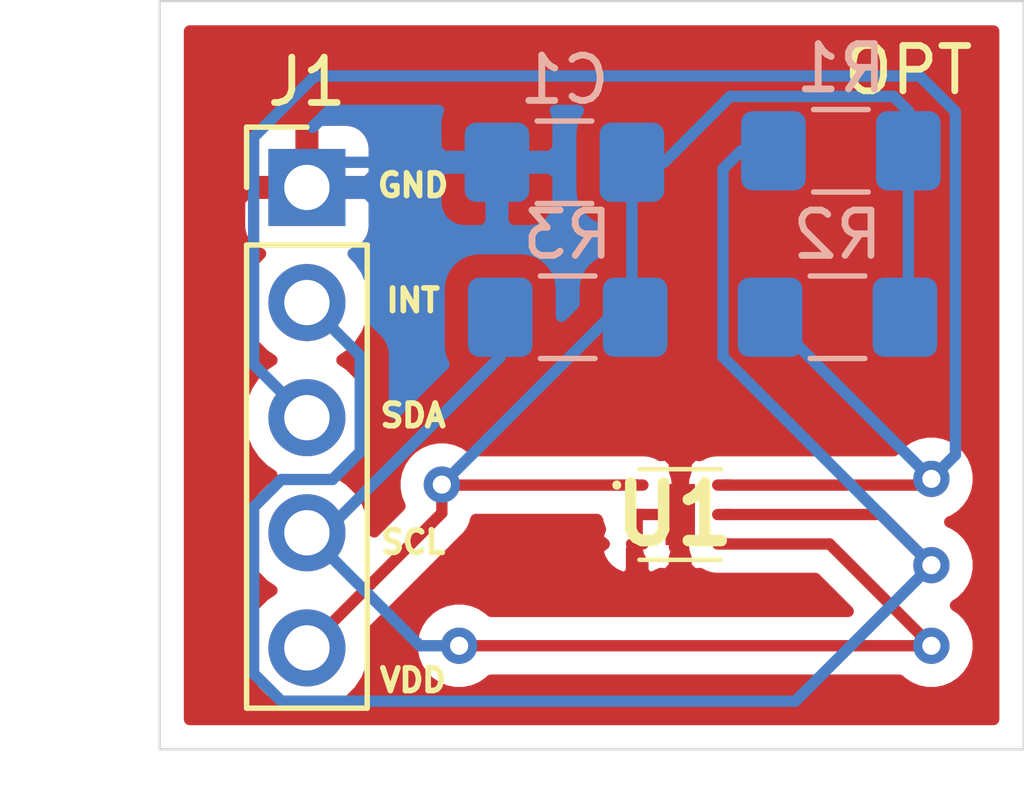
<source format=kicad_pcb>
(kicad_pcb (version 20171130) (host pcbnew "(5.1.5)-3")

  (general
    (thickness 1.6)
    (drawings 10)
    (tracks 60)
    (zones 0)
    (modules 6)
    (nets 6)
  )

  (page A4)
  (layers
    (0 F.Cu signal)
    (31 B.Cu signal)
    (32 B.Adhes user)
    (33 F.Adhes user)
    (34 B.Paste user)
    (35 F.Paste user)
    (36 B.SilkS user)
    (37 F.SilkS user)
    (38 B.Mask user)
    (39 F.Mask user)
    (40 Dwgs.User user)
    (41 Cmts.User user)
    (42 Eco1.User user)
    (43 Eco2.User user)
    (44 Edge.Cuts user)
    (45 Margin user)
    (46 B.CrtYd user)
    (47 F.CrtYd user)
    (48 B.Fab user)
    (49 F.Fab user)
  )

  (setup
    (last_trace_width 0.25)
    (trace_clearance 0.2)
    (zone_clearance 0.508)
    (zone_45_only no)
    (trace_min 0.2)
    (via_size 0.8)
    (via_drill 0.4)
    (via_min_size 0.4)
    (via_min_drill 0.3)
    (uvia_size 0.3)
    (uvia_drill 0.1)
    (uvias_allowed no)
    (uvia_min_size 0.2)
    (uvia_min_drill 0.1)
    (edge_width 0.05)
    (segment_width 0.2)
    (pcb_text_width 0.3)
    (pcb_text_size 1.5 1.5)
    (mod_edge_width 0.12)
    (mod_text_size 1 1)
    (mod_text_width 0.15)
    (pad_size 1.524 1.524)
    (pad_drill 0.762)
    (pad_to_mask_clearance 0.051)
    (solder_mask_min_width 0.25)
    (aux_axis_origin 0 0)
    (visible_elements 7FFFFFFF)
    (pcbplotparams
      (layerselection 0x010fc_ffffffff)
      (usegerberextensions false)
      (usegerberattributes false)
      (usegerberadvancedattributes false)
      (creategerberjobfile false)
      (excludeedgelayer true)
      (linewidth 0.150000)
      (plotframeref false)
      (viasonmask false)
      (mode 1)
      (useauxorigin false)
      (hpglpennumber 1)
      (hpglpenspeed 20)
      (hpglpendiameter 15.000000)
      (psnegative false)
      (psa4output false)
      (plotreference true)
      (plotvalue true)
      (plotinvisibletext false)
      (padsonsilk false)
      (subtractmaskfromsilk false)
      (outputformat 1)
      (mirror false)
      (drillshape 0)
      (scaleselection 1)
      (outputdirectory ""))
  )

  (net 0 "")
  (net 1 "Net-(C1-Pad1)")
  (net 2 GND)
  (net 3 "Net-(J1-Pad2)")
  (net 4 "Net-(J1-Pad3)")
  (net 5 "Net-(J1-Pad4)")

  (net_class Default "Dit is de standaard class."
    (clearance 0.2)
    (trace_width 0.25)
    (via_dia 0.8)
    (via_drill 0.4)
    (uvia_dia 0.3)
    (uvia_drill 0.1)
    (add_net GND)
    (add_net "Net-(C1-Pad1)")
    (add_net "Net-(J1-Pad2)")
    (add_net "Net-(J1-Pad3)")
    (add_net "Net-(J1-Pad4)")
  )

  (module Capacitor_SMD:C_1206_3216Metric_Pad1.42x1.75mm_HandSolder (layer B.Cu) (tedit 5B301BBE) (tstamp 6034D7C2)
    (at 69.8865 49.276 180)
    (descr "Capacitor SMD 1206 (3216 Metric), square (rectangular) end terminal, IPC_7351 nominal with elongated pad for handsoldering. (Body size source: http://www.tortai-tech.com/upload/download/2011102023233369053.pdf), generated with kicad-footprint-generator")
    (tags "capacitor handsolder")
    (path /602D2C13)
    (attr smd)
    (fp_text reference C1 (at 0 1.82) (layer B.SilkS)
      (effects (font (size 1 1) (thickness 0.15)) (justify mirror))
    )
    (fp_text value 100nF (at 0 -1.82) (layer B.Fab)
      (effects (font (size 1 1) (thickness 0.15)) (justify mirror))
    )
    (fp_line (start -1.6 -0.8) (end -1.6 0.8) (layer B.Fab) (width 0.1))
    (fp_line (start -1.6 0.8) (end 1.6 0.8) (layer B.Fab) (width 0.1))
    (fp_line (start 1.6 0.8) (end 1.6 -0.8) (layer B.Fab) (width 0.1))
    (fp_line (start 1.6 -0.8) (end -1.6 -0.8) (layer B.Fab) (width 0.1))
    (fp_line (start -0.602064 0.91) (end 0.602064 0.91) (layer B.SilkS) (width 0.12))
    (fp_line (start -0.602064 -0.91) (end 0.602064 -0.91) (layer B.SilkS) (width 0.12))
    (fp_line (start -2.45 -1.12) (end -2.45 1.12) (layer B.CrtYd) (width 0.05))
    (fp_line (start -2.45 1.12) (end 2.45 1.12) (layer B.CrtYd) (width 0.05))
    (fp_line (start 2.45 1.12) (end 2.45 -1.12) (layer B.CrtYd) (width 0.05))
    (fp_line (start 2.45 -1.12) (end -2.45 -1.12) (layer B.CrtYd) (width 0.05))
    (fp_text user %R (at 0 0) (layer B.Fab)
      (effects (font (size 0.8 0.8) (thickness 0.12)) (justify mirror))
    )
    (pad 1 smd roundrect (at -1.4875 0 180) (size 1.425 1.75) (layers B.Cu B.Paste B.Mask) (roundrect_rratio 0.175439)
      (net 1 "Net-(C1-Pad1)"))
    (pad 2 smd roundrect (at 1.4875 0 180) (size 1.425 1.75) (layers B.Cu B.Paste B.Mask) (roundrect_rratio 0.175439)
      (net 2 GND))
    (model ${KISYS3DMOD}/Capacitor_SMD.3dshapes/C_1206_3216Metric.wrl
      (at (xyz 0 0 0))
      (scale (xyz 1 1 1))
      (rotate (xyz 0 0 0))
    )
  )

  (module Connector_PinHeader_2.54mm:PinHeader_1x05_P2.54mm_Vertical (layer F.Cu) (tedit 59FED5CC) (tstamp 6034D7DB)
    (at 64.207401 49.831001)
    (descr "Through hole straight pin header, 1x05, 2.54mm pitch, single row")
    (tags "Through hole pin header THT 1x05 2.54mm single row")
    (path /603918C2)
    (fp_text reference J1 (at 0 -2.33) (layer F.SilkS)
      (effects (font (size 1 1) (thickness 0.15)))
    )
    (fp_text value Conn_01x05_Male (at 0 12.49) (layer F.Fab)
      (effects (font (size 1 1) (thickness 0.15)))
    )
    (fp_line (start -0.635 -1.27) (end 1.27 -1.27) (layer F.Fab) (width 0.1))
    (fp_line (start 1.27 -1.27) (end 1.27 11.43) (layer F.Fab) (width 0.1))
    (fp_line (start 1.27 11.43) (end -1.27 11.43) (layer F.Fab) (width 0.1))
    (fp_line (start -1.27 11.43) (end -1.27 -0.635) (layer F.Fab) (width 0.1))
    (fp_line (start -1.27 -0.635) (end -0.635 -1.27) (layer F.Fab) (width 0.1))
    (fp_line (start -1.33 11.49) (end 1.33 11.49) (layer F.SilkS) (width 0.12))
    (fp_line (start -1.33 1.27) (end -1.33 11.49) (layer F.SilkS) (width 0.12))
    (fp_line (start 1.33 1.27) (end 1.33 11.49) (layer F.SilkS) (width 0.12))
    (fp_line (start -1.33 1.27) (end 1.33 1.27) (layer F.SilkS) (width 0.12))
    (fp_line (start -1.33 0) (end -1.33 -1.33) (layer F.SilkS) (width 0.12))
    (fp_line (start -1.33 -1.33) (end 0 -1.33) (layer F.SilkS) (width 0.12))
    (fp_line (start -1.8 -1.8) (end -1.8 11.95) (layer F.CrtYd) (width 0.05))
    (fp_line (start -1.8 11.95) (end 1.8 11.95) (layer F.CrtYd) (width 0.05))
    (fp_line (start 1.8 11.95) (end 1.8 -1.8) (layer F.CrtYd) (width 0.05))
    (fp_line (start 1.8 -1.8) (end -1.8 -1.8) (layer F.CrtYd) (width 0.05))
    (fp_text user %R (at 0 5.08 90) (layer F.Fab)
      (effects (font (size 1 1) (thickness 0.15)))
    )
    (pad 1 thru_hole rect (at 0 0) (size 1.7 1.7) (drill 1) (layers *.Cu *.Mask)
      (net 2 GND))
    (pad 2 thru_hole oval (at 0 2.54) (size 1.7 1.7) (drill 1) (layers *.Cu *.Mask)
      (net 3 "Net-(J1-Pad2)"))
    (pad 3 thru_hole oval (at 0 5.08) (size 1.7 1.7) (drill 1) (layers *.Cu *.Mask)
      (net 4 "Net-(J1-Pad3)"))
    (pad 4 thru_hole oval (at 0 7.62) (size 1.7 1.7) (drill 1) (layers *.Cu *.Mask)
      (net 5 "Net-(J1-Pad4)"))
    (pad 5 thru_hole oval (at 0 10.16) (size 1.7 1.7) (drill 1) (layers *.Cu *.Mask)
      (net 1 "Net-(C1-Pad1)"))
    (model ${KISYS3DMOD}/Connector_PinHeader_2.54mm.3dshapes/PinHeader_1x05_P2.54mm_Vertical.wrl
      (at (xyz 0 0 0))
      (scale (xyz 1 1 1))
      (rotate (xyz 0 0 0))
    )
  )

  (module Resistor_SMD:R_1206_3216Metric_Pad1.42x1.75mm_HandSolder (layer B.Cu) (tedit 5B301BBD) (tstamp 6034D7EC)
    (at 75.9825 49.022 180)
    (descr "Resistor SMD 1206 (3216 Metric), square (rectangular) end terminal, IPC_7351 nominal with elongated pad for handsoldering. (Body size source: http://www.tortai-tech.com/upload/download/2011102023233369053.pdf), generated with kicad-footprint-generator")
    (tags "resistor handsolder")
    (path /602D4E83)
    (attr smd)
    (fp_text reference R1 (at 0 1.82) (layer B.SilkS)
      (effects (font (size 1 1) (thickness 0.15)) (justify mirror))
    )
    (fp_text value 10k (at 0 -1.82) (layer B.Fab)
      (effects (font (size 1 1) (thickness 0.15)) (justify mirror))
    )
    (fp_text user %R (at 0 0) (layer B.Fab)
      (effects (font (size 0.8 0.8) (thickness 0.12)) (justify mirror))
    )
    (fp_line (start 2.45 -1.12) (end -2.45 -1.12) (layer B.CrtYd) (width 0.05))
    (fp_line (start 2.45 1.12) (end 2.45 -1.12) (layer B.CrtYd) (width 0.05))
    (fp_line (start -2.45 1.12) (end 2.45 1.12) (layer B.CrtYd) (width 0.05))
    (fp_line (start -2.45 -1.12) (end -2.45 1.12) (layer B.CrtYd) (width 0.05))
    (fp_line (start -0.602064 -0.91) (end 0.602064 -0.91) (layer B.SilkS) (width 0.12))
    (fp_line (start -0.602064 0.91) (end 0.602064 0.91) (layer B.SilkS) (width 0.12))
    (fp_line (start 1.6 -0.8) (end -1.6 -0.8) (layer B.Fab) (width 0.1))
    (fp_line (start 1.6 0.8) (end 1.6 -0.8) (layer B.Fab) (width 0.1))
    (fp_line (start -1.6 0.8) (end 1.6 0.8) (layer B.Fab) (width 0.1))
    (fp_line (start -1.6 -0.8) (end -1.6 0.8) (layer B.Fab) (width 0.1))
    (pad 2 smd roundrect (at 1.4875 0 180) (size 1.425 1.75) (layers B.Cu B.Paste B.Mask) (roundrect_rratio 0.175439)
      (net 3 "Net-(J1-Pad2)"))
    (pad 1 smd roundrect (at -1.4875 0 180) (size 1.425 1.75) (layers B.Cu B.Paste B.Mask) (roundrect_rratio 0.175439)
      (net 1 "Net-(C1-Pad1)"))
    (model ${KISYS3DMOD}/Resistor_SMD.3dshapes/R_1206_3216Metric.wrl
      (at (xyz 0 0 0))
      (scale (xyz 1 1 1))
      (rotate (xyz 0 0 0))
    )
  )

  (module Resistor_SMD:R_1206_3216Metric_Pad1.42x1.75mm_HandSolder (layer B.Cu) (tedit 5B301BBD) (tstamp 6034D7FD)
    (at 75.907599 52.695001 180)
    (descr "Resistor SMD 1206 (3216 Metric), square (rectangular) end terminal, IPC_7351 nominal with elongated pad for handsoldering. (Body size source: http://www.tortai-tech.com/upload/download/2011102023233369053.pdf), generated with kicad-footprint-generator")
    (tags "resistor handsolder")
    (path /602D4F8A)
    (attr smd)
    (fp_text reference R2 (at 0 1.82) (layer B.SilkS)
      (effects (font (size 1 1) (thickness 0.15)) (justify mirror))
    )
    (fp_text value 10k (at 0 -1.82) (layer B.Fab)
      (effects (font (size 1 1) (thickness 0.15)) (justify mirror))
    )
    (fp_line (start -1.6 -0.8) (end -1.6 0.8) (layer B.Fab) (width 0.1))
    (fp_line (start -1.6 0.8) (end 1.6 0.8) (layer B.Fab) (width 0.1))
    (fp_line (start 1.6 0.8) (end 1.6 -0.8) (layer B.Fab) (width 0.1))
    (fp_line (start 1.6 -0.8) (end -1.6 -0.8) (layer B.Fab) (width 0.1))
    (fp_line (start -0.602064 0.91) (end 0.602064 0.91) (layer B.SilkS) (width 0.12))
    (fp_line (start -0.602064 -0.91) (end 0.602064 -0.91) (layer B.SilkS) (width 0.12))
    (fp_line (start -2.45 -1.12) (end -2.45 1.12) (layer B.CrtYd) (width 0.05))
    (fp_line (start -2.45 1.12) (end 2.45 1.12) (layer B.CrtYd) (width 0.05))
    (fp_line (start 2.45 1.12) (end 2.45 -1.12) (layer B.CrtYd) (width 0.05))
    (fp_line (start 2.45 -1.12) (end -2.45 -1.12) (layer B.CrtYd) (width 0.05))
    (fp_text user %R (at 0 0) (layer B.Fab)
      (effects (font (size 0.8 0.8) (thickness 0.12)) (justify mirror))
    )
    (pad 1 smd roundrect (at -1.4875 0 180) (size 1.425 1.75) (layers B.Cu B.Paste B.Mask) (roundrect_rratio 0.175439)
      (net 1 "Net-(C1-Pad1)"))
    (pad 2 smd roundrect (at 1.4875 0 180) (size 1.425 1.75) (layers B.Cu B.Paste B.Mask) (roundrect_rratio 0.175439)
      (net 4 "Net-(J1-Pad3)"))
    (model ${KISYS3DMOD}/Resistor_SMD.3dshapes/R_1206_3216Metric.wrl
      (at (xyz 0 0 0))
      (scale (xyz 1 1 1))
      (rotate (xyz 0 0 0))
    )
  )

  (module Resistor_SMD:R_1206_3216Metric_Pad1.42x1.75mm_HandSolder (layer B.Cu) (tedit 5B301BBD) (tstamp 6034D80E)
    (at 69.957599 52.695001 180)
    (descr "Resistor SMD 1206 (3216 Metric), square (rectangular) end terminal, IPC_7351 nominal with elongated pad for handsoldering. (Body size source: http://www.tortai-tech.com/upload/download/2011102023233369053.pdf), generated with kicad-footprint-generator")
    (tags "resistor handsolder")
    (path /602D36EA)
    (attr smd)
    (fp_text reference R3 (at 0 1.82) (layer B.SilkS)
      (effects (font (size 1 1) (thickness 0.15)) (justify mirror))
    )
    (fp_text value 10k (at 0 -1.82) (layer B.Fab)
      (effects (font (size 1 1) (thickness 0.15)) (justify mirror))
    )
    (fp_line (start -1.6 -0.8) (end -1.6 0.8) (layer B.Fab) (width 0.1))
    (fp_line (start -1.6 0.8) (end 1.6 0.8) (layer B.Fab) (width 0.1))
    (fp_line (start 1.6 0.8) (end 1.6 -0.8) (layer B.Fab) (width 0.1))
    (fp_line (start 1.6 -0.8) (end -1.6 -0.8) (layer B.Fab) (width 0.1))
    (fp_line (start -0.602064 0.91) (end 0.602064 0.91) (layer B.SilkS) (width 0.12))
    (fp_line (start -0.602064 -0.91) (end 0.602064 -0.91) (layer B.SilkS) (width 0.12))
    (fp_line (start -2.45 -1.12) (end -2.45 1.12) (layer B.CrtYd) (width 0.05))
    (fp_line (start -2.45 1.12) (end 2.45 1.12) (layer B.CrtYd) (width 0.05))
    (fp_line (start 2.45 1.12) (end 2.45 -1.12) (layer B.CrtYd) (width 0.05))
    (fp_line (start 2.45 -1.12) (end -2.45 -1.12) (layer B.CrtYd) (width 0.05))
    (fp_text user %R (at 0 0) (layer B.Fab)
      (effects (font (size 0.8 0.8) (thickness 0.12)) (justify mirror))
    )
    (pad 1 smd roundrect (at -1.4875 0 180) (size 1.425 1.75) (layers B.Cu B.Paste B.Mask) (roundrect_rratio 0.175439)
      (net 1 "Net-(C1-Pad1)"))
    (pad 2 smd roundrect (at 1.4875 0 180) (size 1.425 1.75) (layers B.Cu B.Paste B.Mask) (roundrect_rratio 0.175439)
      (net 5 "Net-(J1-Pad4)"))
    (model ${KISYS3DMOD}/Resistor_SMD.3dshapes/R_1206_3216Metric.wrl
      (at (xyz 0 0 0))
      (scale (xyz 1 1 1))
      (rotate (xyz 0 0 0))
    )
  )

  (module lichtsensor:OPT3002DNPR (layer F.Cu) (tedit 0) (tstamp 6034D828)
    (at 72.3158 57.0484)
    (descr DNP0006A)
    (tags "Undefined or Miscellaneous")
    (path /602CF3A3)
    (attr smd)
    (fp_text reference U1 (at 0 0) (layer F.SilkS)
      (effects (font (size 1.27 1.27) (thickness 0.254)))
    )
    (fp_text value OPT3002DNPR (at 0 0) (layer F.SilkS) hide
      (effects (font (size 1.27 1.27) (thickness 0.254)))
    )
    (fp_text user %R (at 0 0) (layer F.Fab)
      (effects (font (size 1.27 1.27) (thickness 0.254)))
    )
    (fp_line (start -0.875 -1) (end 1.125 -1) (layer F.Fab) (width 0.2))
    (fp_line (start 1.125 -1) (end 1.125 1) (layer F.Fab) (width 0.2))
    (fp_line (start 1.125 1) (end -0.875 1) (layer F.Fab) (width 0.2))
    (fp_line (start -0.875 1) (end -0.875 -1) (layer F.Fab) (width 0.2))
    (fp_line (start -1.825 -1.5) (end 1.825 -1.5) (layer F.CrtYd) (width 0.1))
    (fp_line (start 1.825 -1.5) (end 1.825 1.5) (layer F.CrtYd) (width 0.1))
    (fp_line (start 1.825 1.5) (end -1.825 1.5) (layer F.CrtYd) (width 0.1))
    (fp_line (start -1.825 1.5) (end -1.825 -1.5) (layer F.CrtYd) (width 0.1))
    (fp_line (start -0.775 -1) (end 1.025 -1) (layer F.SilkS) (width 0.1))
    (fp_line (start -0.775 1) (end 1.025 1) (layer F.SilkS) (width 0.1))
    (fp_line (start -1.275 -0.7) (end -1.275 -0.7) (layer F.SilkS) (width 0.1))
    (fp_line (start -1.275 -0.6) (end -1.275 -0.6) (layer F.SilkS) (width 0.1))
    (fp_arc (start -1.275 -0.65) (end -1.275 -0.7) (angle 180) (layer F.SilkS) (width 0.1))
    (fp_arc (start -1.275 -0.65) (end -1.275 -0.6) (angle 180) (layer F.SilkS) (width 0.1))
    (pad 1 smd oval (at -0.825 -0.65 90) (size 0.25 0.5) (layers F.Cu F.Paste F.Mask)
      (net 1 "Net-(C1-Pad1)"))
    (pad 2 smd oval (at -0.825 0 90) (size 0.25 0.5) (layers F.Cu F.Paste F.Mask)
      (net 2 GND))
    (pad 3 smd oval (at -0.825 0.65 90) (size 0.25 0.5) (layers F.Cu F.Paste F.Mask)
      (net 2 GND))
    (pad 4 smd oval (at 1.075 0.65 90) (size 0.25 0.5) (layers F.Cu F.Paste F.Mask)
      (net 5 "Net-(J1-Pad4)"))
    (pad 5 smd oval (at 1.075 0 90) (size 0.25 0.5) (layers F.Cu F.Paste F.Mask)
      (net 3 "Net-(J1-Pad2)"))
    (pad 6 smd oval (at 1.075 -0.65 90) (size 0.25 0.5) (layers F.Cu F.Paste F.Mask)
      (net 4 "Net-(J1-Pad3)"))
    (pad 7 smd rect (at 0.125 0) (size 0.65 1.35) (layers F.Cu F.Paste F.Mask)
      (net 2 GND))
    (model "D:\\Kicad oefeningen\\eerste test\\library\\lichtsensor\\SamacSys_Parts.3dshapes\\OPT3002DNPR.stp"
      (at (xyz 0 0 0))
      (scale (xyz 1 1 1))
      (rotate (xyz 0 0 0))
    )
  )

  (gr_text OPT (at 77.47 47.244) (layer F.SilkS)
    (effects (font (size 1 1) (thickness 0.15)))
  )
  (gr_text SCL (at 66.548 57.658) (layer F.SilkS)
    (effects (font (size 0.5 0.5) (thickness 0.125)))
  )
  (gr_text VDD (at 66.548 60.706) (layer F.SilkS)
    (effects (font (size 0.5 0.5) (thickness 0.125)))
  )
  (gr_text SDA (at 66.548 54.864) (layer F.SilkS)
    (effects (font (size 0.5 0.5) (thickness 0.125)))
  )
  (gr_text INT (at 66.548 52.324) (layer F.SilkS)
    (effects (font (size 0.5 0.5) (thickness 0.125)))
  )
  (gr_text GND (at 66.548 49.784) (layer F.SilkS)
    (effects (font (size 0.5 0.5) (thickness 0.125)))
  )
  (gr_line (start 60.96 62.23) (end 60.96 45.72) (layer Edge.Cuts) (width 0.05) (tstamp 6034DE09))
  (gr_line (start 80.01 62.23) (end 60.96 62.23) (layer Edge.Cuts) (width 0.05))
  (gr_line (start 80.01 45.72) (end 80.01 62.23) (layer Edge.Cuts) (width 0.05))
  (gr_line (start 60.96 45.72) (end 80.01 45.72) (layer Edge.Cuts) (width 0.05))

  (via (at 67.183 56.388) (size 0.8) (drill 0.4) (layers F.Cu B.Cu) (net 1))
  (segment (start 77.47 52.6201) (end 77.395099 52.695001) (width 0.25) (layer B.Cu) (net 1))
  (segment (start 77.47 49.022) (end 77.47 52.6201) (width 0.25) (layer B.Cu) (net 1))
  (segment (start 77.47 48.147) (end 77.47 49.022) (width 0.25) (layer B.Cu) (net 1))
  (segment (start 77.14499 47.82199) (end 77.47 48.147) (width 0.25) (layer B.Cu) (net 1))
  (segment (start 72.0865 49.276) (end 73.54051 47.82199) (width 0.25) (layer B.Cu) (net 1))
  (segment (start 73.54051 47.82199) (end 77.14499 47.82199) (width 0.25) (layer B.Cu) (net 1))
  (segment (start 71.374 49.276) (end 72.0865 49.276) (width 0.25) (layer B.Cu) (net 1))
  (segment (start 71.374 52.623902) (end 71.445099 52.695001) (width 0.25) (layer B.Cu) (net 1))
  (segment (start 71.374 49.276) (end 71.374 52.623902) (width 0.25) (layer B.Cu) (net 1))
  (segment (start 67.1934 56.3984) (end 67.183 56.388) (width 0.25) (layer F.Cu) (net 1))
  (segment (start 71.4908 56.3984) (end 67.1934 56.3984) (width 0.25) (layer F.Cu) (net 1))
  (segment (start 67.183 57.015402) (end 64.207401 59.991001) (width 0.25) (layer F.Cu) (net 1))
  (segment (start 67.183 56.388) (end 67.183 57.015402) (width 0.25) (layer F.Cu) (net 1))
  (segment (start 70.875999 52.695001) (end 71.445099 52.695001) (width 0.25) (layer B.Cu) (net 1))
  (segment (start 67.183 56.388) (end 70.875999 52.695001) (width 0.25) (layer B.Cu) (net 1))
  (segment (start 64.762402 49.276) (end 64.207401 49.831001) (width 0.25) (layer B.Cu) (net 2))
  (segment (start 68.399 49.276) (end 64.762402 49.276) (width 0.25) (layer B.Cu) (net 2))
  (segment (start 71.4908 57.0484) (end 71.4908 57.6984) (width 0.25) (layer F.Cu) (net 2))
  (segment (start 71.4908 57.0484) (end 72.4408 57.0484) (width 0.25) (layer F.Cu) (net 2))
  (via (at 77.978 58.166) (size 0.8) (drill 0.4) (layers F.Cu B.Cu) (net 3))
  (segment (start 63.0324 60.555002) (end 63.6434 61.166002) (width 0.25) (layer B.Cu) (net 3))
  (segment (start 63.0324 56.887) (end 63.0324 60.555002) (width 0.25) (layer B.Cu) (net 3))
  (segment (start 63.6434 56.276) (end 63.0324 56.887) (width 0.25) (layer B.Cu) (net 3))
  (segment (start 64.771402 56.276) (end 63.6434 56.276) (width 0.25) (layer B.Cu) (net 3))
  (segment (start 65.382402 55.665) (end 64.771402 56.276) (width 0.25) (layer B.Cu) (net 3))
  (segment (start 65.382402 53.546002) (end 65.382402 55.665) (width 0.25) (layer B.Cu) (net 3))
  (segment (start 64.207401 52.371001) (end 65.382402 53.546002) (width 0.25) (layer B.Cu) (net 3))
  (segment (start 76.8604 57.0484) (end 73.3908 57.0484) (width 0.25) (layer F.Cu) (net 3))
  (segment (start 77.978 58.166) (end 76.8604 57.0484) (width 0.25) (layer F.Cu) (net 3))
  (segment (start 73.382589 53.570589) (end 77.578001 57.766001) (width 0.25) (layer B.Cu) (net 3))
  (segment (start 77.578001 57.766001) (end 77.978 58.166) (width 0.25) (layer B.Cu) (net 3))
  (segment (start 73.382589 49.421911) (end 73.382589 53.570589) (width 0.25) (layer B.Cu) (net 3))
  (segment (start 73.7825 49.022) (end 73.382589 49.421911) (width 0.25) (layer B.Cu) (net 3))
  (segment (start 74.495 49.022) (end 73.7825 49.022) (width 0.25) (layer B.Cu) (net 3))
  (segment (start 74.977998 61.166002) (end 63.6434 61.166002) (width 0.25) (layer B.Cu) (net 3))
  (segment (start 77.978 58.166) (end 74.977998 61.166002) (width 0.25) (layer B.Cu) (net 3))
  (via (at 77.978 56.261) (size 0.8) (drill 0.4) (layers F.Cu B.Cu) (net 4))
  (segment (start 77.8406 56.3984) (end 77.978 56.261) (width 0.25) (layer F.Cu) (net 4))
  (segment (start 73.3908 56.3984) (end 77.8406 56.3984) (width 0.25) (layer F.Cu) (net 4))
  (segment (start 74.420099 52.703099) (end 74.420099 52.695001) (width 0.25) (layer B.Cu) (net 4))
  (segment (start 77.978 56.261) (end 74.420099 52.703099) (width 0.25) (layer B.Cu) (net 4))
  (segment (start 78.377999 55.861001) (end 77.978 56.261) (width 0.25) (layer B.Cu) (net 4))
  (segment (start 78.50751 48.15882) (end 78.50751 55.73149) (width 0.25) (layer B.Cu) (net 4))
  (segment (start 77.720659 47.371969) (end 78.50751 48.15882) (width 0.25) (layer B.Cu) (net 4))
  (segment (start 64.381432 47.371969) (end 77.720659 47.371969) (width 0.25) (layer B.Cu) (net 4))
  (segment (start 63.0324 48.721) (end 64.381432 47.371969) (width 0.25) (layer B.Cu) (net 4))
  (segment (start 63.0324 53.736) (end 63.0324 48.721) (width 0.25) (layer B.Cu) (net 4))
  (segment (start 78.50751 55.73149) (end 78.377999 55.861001) (width 0.25) (layer B.Cu) (net 4))
  (segment (start 64.207401 54.911001) (end 63.0324 53.736) (width 0.25) (layer B.Cu) (net 4))
  (via (at 67.564 59.944) (size 0.8) (drill 0.4) (layers F.Cu B.Cu) (net 5))
  (via (at 77.978 59.944) (size 0.8) (drill 0.4) (layers F.Cu B.Cu) (net 5))
  (segment (start 64.589099 57.451001) (end 64.207401 57.451001) (width 0.25) (layer B.Cu) (net 5))
  (segment (start 68.470099 53.570001) (end 64.589099 57.451001) (width 0.25) (layer B.Cu) (net 5))
  (segment (start 68.470099 52.695001) (end 68.470099 53.570001) (width 0.25) (layer B.Cu) (net 5))
  (segment (start 75.7324 57.6984) (end 77.978 59.944) (width 0.25) (layer F.Cu) (net 5))
  (segment (start 73.3908 57.6984) (end 75.7324 57.6984) (width 0.25) (layer F.Cu) (net 5))
  (segment (start 66.7004 59.944) (end 67.564 59.944) (width 0.25) (layer B.Cu) (net 5))
  (segment (start 64.207401 57.451001) (end 66.7004 59.944) (width 0.25) (layer B.Cu) (net 5))
  (segment (start 67.564 59.944) (end 77.978 59.944) (width 0.25) (layer F.Cu) (net 5))

  (zone (net 2) (net_name GND) (layer B.Cu) (tstamp 60364DA8) (hatch edge 0.508)
    (connect_pads (clearance 0.508))
    (min_thickness 0.254)
    (fill yes (arc_segments 32) (thermal_gap 0.508) (thermal_bridge_width 0.508))
    (polygon
      (pts
        (xy 79.502 61.722) (xy 61.468 61.722) (xy 61.468 45.974) (xy 79.502 45.974)
      )
    )
    (filled_polygon
      (pts
        (xy 67.096998 48.15682) (xy 67.060688 48.276518) (xy 67.048428 48.401) (xy 67.0515 48.99025) (xy 67.21025 49.149)
        (xy 68.272 49.149) (xy 68.272 49.129) (xy 68.526 49.129) (xy 68.526 49.149) (xy 69.58775 49.149)
        (xy 69.7465 48.99025) (xy 69.749572 48.401) (xy 69.737312 48.276518) (xy 69.701002 48.15682) (xy 69.687719 48.131969)
        (xy 70.194141 48.131969) (xy 70.173095 48.157614) (xy 70.091028 48.31115) (xy 70.040492 48.477746) (xy 70.023428 48.651)
        (xy 70.023428 49.901) (xy 70.040492 50.074254) (xy 70.091028 50.24085) (xy 70.173095 50.394386) (xy 70.283538 50.528962)
        (xy 70.418114 50.639405) (xy 70.57165 50.721472) (xy 70.614 50.734319) (xy 70.614001 51.264895) (xy 70.489213 51.331596)
        (xy 70.354637 51.442039) (xy 70.244194 51.576615) (xy 70.162127 51.730151) (xy 70.111591 51.896747) (xy 70.094527 52.070001)
        (xy 70.094527 52.401671) (xy 69.820671 52.675527) (xy 69.820671 52.070001) (xy 69.803607 51.896747) (xy 69.753071 51.730151)
        (xy 69.671004 51.576615) (xy 69.560561 51.442039) (xy 69.425985 51.331596) (xy 69.272449 51.249529) (xy 69.105853 51.198993)
        (xy 68.932599 51.181929) (xy 68.007599 51.181929) (xy 67.834345 51.198993) (xy 67.667749 51.249529) (xy 67.514213 51.331596)
        (xy 67.379637 51.442039) (xy 67.269194 51.576615) (xy 67.187127 51.730151) (xy 67.136591 51.896747) (xy 67.119527 52.070001)
        (xy 67.119527 53.320001) (xy 67.136591 53.493255) (xy 67.187127 53.659851) (xy 67.228341 53.736957) (xy 66.142402 54.822896)
        (xy 66.142402 53.583324) (xy 66.146078 53.546001) (xy 66.142402 53.508678) (xy 66.142402 53.508669) (xy 66.131405 53.397016)
        (xy 66.087948 53.253755) (xy 66.017376 53.121726) (xy 65.922403 53.006001) (xy 65.893406 52.982204) (xy 65.648611 52.737409)
        (xy 65.692401 52.517261) (xy 65.692401 52.224741) (xy 65.635333 51.937843) (xy 65.523391 51.66759) (xy 65.360876 51.424369)
        (xy 65.229021 51.292514) (xy 65.301581 51.270503) (xy 65.411895 51.211538) (xy 65.508586 51.132186) (xy 65.587938 51.035495)
        (xy 65.646903 50.925181) (xy 65.683213 50.805483) (xy 65.695473 50.681001) (xy 65.692588 50.151) (xy 67.048428 50.151)
        (xy 67.060688 50.275482) (xy 67.096998 50.39518) (xy 67.155963 50.505494) (xy 67.235315 50.602185) (xy 67.332006 50.681537)
        (xy 67.44232 50.740502) (xy 67.562018 50.776812) (xy 67.6865 50.789072) (xy 68.11325 50.786) (xy 68.272 50.62725)
        (xy 68.272 49.403) (xy 68.526 49.403) (xy 68.526 50.62725) (xy 68.68475 50.786) (xy 69.1115 50.789072)
        (xy 69.235982 50.776812) (xy 69.35568 50.740502) (xy 69.465994 50.681537) (xy 69.562685 50.602185) (xy 69.642037 50.505494)
        (xy 69.701002 50.39518) (xy 69.737312 50.275482) (xy 69.749572 50.151) (xy 69.7465 49.56175) (xy 69.58775 49.403)
        (xy 68.526 49.403) (xy 68.272 49.403) (xy 67.21025 49.403) (xy 67.0515 49.56175) (xy 67.048428 50.151)
        (xy 65.692588 50.151) (xy 65.692401 50.116751) (xy 65.533651 49.958001) (xy 64.334401 49.958001) (xy 64.334401 49.978001)
        (xy 64.080401 49.978001) (xy 64.080401 49.958001) (xy 64.060401 49.958001) (xy 64.060401 49.704001) (xy 64.080401 49.704001)
        (xy 64.080401 49.684001) (xy 64.334401 49.684001) (xy 64.334401 49.704001) (xy 65.533651 49.704001) (xy 65.692401 49.545251)
        (xy 65.695473 48.981001) (xy 65.683213 48.856519) (xy 65.646903 48.736821) (xy 65.587938 48.626507) (xy 65.508586 48.529816)
        (xy 65.411895 48.450464) (xy 65.301581 48.391499) (xy 65.181883 48.355189) (xy 65.057401 48.342929) (xy 64.493151 48.346001)
        (xy 64.334403 48.504749) (xy 64.334403 48.493799) (xy 64.696234 48.131969) (xy 67.110281 48.131969)
      )
    )
  )
  (zone (net 2) (net_name GND) (layer F.Cu) (tstamp 60364DA5) (hatch edge 0.508)
    (connect_pads (clearance 0.508))
    (min_thickness 0.254)
    (fill yes (arc_segments 32) (thermal_gap 0.508) (thermal_bridge_width 0.508))
    (polygon
      (pts
        (xy 79.502 61.722) (xy 61.468 61.722) (xy 61.468 45.974) (xy 79.502 45.974)
      )
    )
    (filled_polygon
      (pts
        (xy 79.350001 61.57) (xy 61.62 61.57) (xy 61.62 50.681001) (xy 62.719329 50.681001) (xy 62.731589 50.805483)
        (xy 62.767899 50.925181) (xy 62.826864 51.035495) (xy 62.906216 51.132186) (xy 63.002907 51.211538) (xy 63.113221 51.270503)
        (xy 63.185781 51.292514) (xy 63.053926 51.424369) (xy 62.891411 51.66759) (xy 62.779469 51.937843) (xy 62.722401 52.224741)
        (xy 62.722401 52.517261) (xy 62.779469 52.804159) (xy 62.891411 53.074412) (xy 63.053926 53.317633) (xy 63.260769 53.524476)
        (xy 63.435161 53.641001) (xy 63.260769 53.757526) (xy 63.053926 53.964369) (xy 62.891411 54.20759) (xy 62.779469 54.477843)
        (xy 62.722401 54.764741) (xy 62.722401 55.057261) (xy 62.779469 55.344159) (xy 62.891411 55.614412) (xy 63.053926 55.857633)
        (xy 63.260769 56.064476) (xy 63.435161 56.181001) (xy 63.260769 56.297526) (xy 63.053926 56.504369) (xy 62.891411 56.74759)
        (xy 62.779469 57.017843) (xy 62.722401 57.304741) (xy 62.722401 57.597261) (xy 62.779469 57.884159) (xy 62.891411 58.154412)
        (xy 63.053926 58.397633) (xy 63.260769 58.604476) (xy 63.435161 58.721001) (xy 63.260769 58.837526) (xy 63.053926 59.044369)
        (xy 62.891411 59.28759) (xy 62.779469 59.557843) (xy 62.722401 59.844741) (xy 62.722401 60.137261) (xy 62.779469 60.424159)
        (xy 62.891411 60.694412) (xy 63.053926 60.937633) (xy 63.260769 61.144476) (xy 63.50399 61.306991) (xy 63.774243 61.418933)
        (xy 64.061141 61.476001) (xy 64.353661 61.476001) (xy 64.640559 61.418933) (xy 64.910812 61.306991) (xy 65.154033 61.144476)
        (xy 65.360876 60.937633) (xy 65.523391 60.694412) (xy 65.635333 60.424159) (xy 65.692401 60.137261) (xy 65.692401 59.844741)
        (xy 65.691868 59.842061) (xy 66.529 59.842061) (xy 66.529 60.045939) (xy 66.568774 60.245898) (xy 66.646795 60.434256)
        (xy 66.760063 60.603774) (xy 66.904226 60.747937) (xy 67.073744 60.861205) (xy 67.262102 60.939226) (xy 67.462061 60.979)
        (xy 67.665939 60.979) (xy 67.865898 60.939226) (xy 68.054256 60.861205) (xy 68.223774 60.747937) (xy 68.267711 60.704)
        (xy 77.274289 60.704) (xy 77.318226 60.747937) (xy 77.487744 60.861205) (xy 77.676102 60.939226) (xy 77.876061 60.979)
        (xy 78.079939 60.979) (xy 78.279898 60.939226) (xy 78.468256 60.861205) (xy 78.637774 60.747937) (xy 78.781937 60.603774)
        (xy 78.895205 60.434256) (xy 78.973226 60.245898) (xy 79.013 60.045939) (xy 79.013 59.842061) (xy 78.973226 59.642102)
        (xy 78.895205 59.453744) (xy 78.781937 59.284226) (xy 78.637774 59.140063) (xy 78.510468 59.055) (xy 78.637774 58.969937)
        (xy 78.781937 58.825774) (xy 78.895205 58.656256) (xy 78.973226 58.467898) (xy 79.013 58.267939) (xy 79.013 58.064061)
        (xy 78.973226 57.864102) (xy 78.895205 57.675744) (xy 78.781937 57.506226) (xy 78.637774 57.362063) (xy 78.468256 57.248795)
        (xy 78.383047 57.2135) (xy 78.468256 57.178205) (xy 78.637774 57.064937) (xy 78.781937 56.920774) (xy 78.895205 56.751256)
        (xy 78.973226 56.562898) (xy 79.013 56.362939) (xy 79.013 56.159061) (xy 78.973226 55.959102) (xy 78.895205 55.770744)
        (xy 78.781937 55.601226) (xy 78.637774 55.457063) (xy 78.468256 55.343795) (xy 78.279898 55.265774) (xy 78.079939 55.226)
        (xy 77.876061 55.226) (xy 77.676102 55.265774) (xy 77.487744 55.343795) (xy 77.318226 55.457063) (xy 77.174063 55.601226)
        (xy 77.149224 55.6384) (xy 73.228467 55.6384) (xy 73.116814 55.649397) (xy 72.973553 55.692854) (xy 72.87413 55.745997)
        (xy 72.7658 55.735328) (xy 72.72655 55.7384) (xy 72.5678 55.89715) (xy 72.5678 56.092036) (xy 72.560254 56.106153)
        (xy 72.516797 56.249414) (xy 72.502123 56.3984) (xy 72.516797 56.547386) (xy 72.560254 56.690647) (xy 72.5678 56.704764)
        (xy 72.5678 56.742036) (xy 72.560254 56.756153) (xy 72.516797 56.899414) (xy 72.502123 57.0484) (xy 72.516797 57.197386)
        (xy 72.560254 57.340647) (xy 72.5678 57.354764) (xy 72.5678 57.392036) (xy 72.560254 57.406153) (xy 72.516797 57.549414)
        (xy 72.502123 57.6984) (xy 72.516797 57.847386) (xy 72.560254 57.990647) (xy 72.5678 58.004764) (xy 72.5678 58.19965)
        (xy 72.72655 58.3584) (xy 72.7658 58.361472) (xy 72.87413 58.350803) (xy 72.973553 58.403946) (xy 73.116814 58.447403)
        (xy 73.228467 58.4584) (xy 75.417599 58.4584) (xy 76.143199 59.184) (xy 68.267711 59.184) (xy 68.223774 59.140063)
        (xy 68.054256 59.026795) (xy 67.865898 58.948774) (xy 67.665939 58.909) (xy 67.462061 58.909) (xy 67.262102 58.948774)
        (xy 67.073744 59.026795) (xy 66.904226 59.140063) (xy 66.760063 59.284226) (xy 66.646795 59.453744) (xy 66.568774 59.642102)
        (xy 66.529 59.842061) (xy 65.691868 59.842061) (xy 65.648611 59.624593) (xy 67.694008 57.579197) (xy 67.723001 57.555403)
        (xy 67.746795 57.52641) (xy 67.746799 57.526406) (xy 67.817973 57.439679) (xy 67.817974 57.439678) (xy 67.888546 57.307649)
        (xy 67.932003 57.164388) (xy 67.932593 57.1584) (xy 70.6058 57.1584) (xy 70.6058 57.175402) (xy 70.616759 57.175402)
        (xy 70.627108 57.2278) (xy 70.676301 57.368465) (xy 70.679211 57.3734) (xy 70.676301 57.378335) (xy 70.627108 57.519)
        (xy 70.615157 57.57951) (xy 70.76455 57.6984) (xy 70.615157 57.81729) (xy 70.627108 57.8778) (xy 70.676301 58.018465)
        (xy 70.751991 58.14683) (xy 70.85127 58.257962) (xy 70.970322 58.34759) (xy 71.104572 58.41227) (xy 71.24886 58.449516)
        (xy 71.3678 58.299812) (xy 71.3678 57.8084) (xy 71.486099 57.8084) (xy 71.489988 57.847882) (xy 71.526298 57.96758)
        (xy 71.585263 58.077894) (xy 71.6138 58.112667) (xy 71.6138 58.299812) (xy 71.73274 58.449516) (xy 71.877028 58.41227)
        (xy 72.005095 58.350569) (xy 72.1158 58.361472) (xy 72.15505 58.3584) (xy 72.3138 58.19965) (xy 72.3138 57.994157)
        (xy 72.354492 57.8778) (xy 72.366443 57.81729) (xy 72.3138 57.775396) (xy 72.3138 57.621404) (xy 72.366443 57.57951)
        (xy 72.354492 57.519) (xy 72.3138 57.402643) (xy 72.3138 57.344157) (xy 72.354492 57.2278) (xy 72.366443 57.16729)
        (xy 72.2938 57.109479) (xy 72.2938 56.987321) (xy 72.366443 56.92951) (xy 72.354492 56.869) (xy 72.3138 56.752643)
        (xy 72.3138 56.704764) (xy 72.321346 56.690647) (xy 72.364803 56.547386) (xy 72.379477 56.3984) (xy 72.364803 56.249414)
        (xy 72.321346 56.106153) (xy 72.3138 56.092036) (xy 72.3138 55.89715) (xy 72.15505 55.7384) (xy 72.1158 55.735328)
        (xy 72.00747 55.745997) (xy 71.908047 55.692854) (xy 71.764786 55.649397) (xy 71.653133 55.6384) (xy 67.897111 55.6384)
        (xy 67.842774 55.584063) (xy 67.673256 55.470795) (xy 67.484898 55.392774) (xy 67.284939 55.353) (xy 67.081061 55.353)
        (xy 66.881102 55.392774) (xy 66.692744 55.470795) (xy 66.523226 55.584063) (xy 66.379063 55.728226) (xy 66.265795 55.897744)
        (xy 66.187774 56.086102) (xy 66.148 56.286061) (xy 66.148 56.489939) (xy 66.187774 56.689898) (xy 66.259805 56.863794)
        (xy 65.692401 57.431199) (xy 65.692401 57.304741) (xy 65.635333 57.017843) (xy 65.523391 56.74759) (xy 65.360876 56.504369)
        (xy 65.154033 56.297526) (xy 64.979641 56.181001) (xy 65.154033 56.064476) (xy 65.360876 55.857633) (xy 65.523391 55.614412)
        (xy 65.635333 55.344159) (xy 65.692401 55.057261) (xy 65.692401 54.764741) (xy 65.635333 54.477843) (xy 65.523391 54.20759)
        (xy 65.360876 53.964369) (xy 65.154033 53.757526) (xy 64.979641 53.641001) (xy 65.154033 53.524476) (xy 65.360876 53.317633)
        (xy 65.523391 53.074412) (xy 65.635333 52.804159) (xy 65.692401 52.517261) (xy 65.692401 52.224741) (xy 65.635333 51.937843)
        (xy 65.523391 51.66759) (xy 65.360876 51.424369) (xy 65.229021 51.292514) (xy 65.301581 51.270503) (xy 65.411895 51.211538)
        (xy 65.508586 51.132186) (xy 65.587938 51.035495) (xy 65.646903 50.925181) (xy 65.683213 50.805483) (xy 65.695473 50.681001)
        (xy 65.692401 50.116751) (xy 65.533651 49.958001) (xy 64.334401 49.958001) (xy 64.334401 49.978001) (xy 64.080401 49.978001)
        (xy 64.080401 49.958001) (xy 62.881151 49.958001) (xy 62.722401 50.116751) (xy 62.719329 50.681001) (xy 61.62 50.681001)
        (xy 61.62 48.981001) (xy 62.719329 48.981001) (xy 62.722401 49.545251) (xy 62.881151 49.704001) (xy 64.080401 49.704001)
        (xy 64.080401 48.504751) (xy 64.334401 48.504751) (xy 64.334401 49.704001) (xy 65.533651 49.704001) (xy 65.692401 49.545251)
        (xy 65.695473 48.981001) (xy 65.683213 48.856519) (xy 65.646903 48.736821) (xy 65.587938 48.626507) (xy 65.508586 48.529816)
        (xy 65.411895 48.450464) (xy 65.301581 48.391499) (xy 65.181883 48.355189) (xy 65.057401 48.342929) (xy 64.493151 48.346001)
        (xy 64.334401 48.504751) (xy 64.080401 48.504751) (xy 63.921651 48.346001) (xy 63.357401 48.342929) (xy 63.232919 48.355189)
        (xy 63.113221 48.391499) (xy 63.002907 48.450464) (xy 62.906216 48.529816) (xy 62.826864 48.626507) (xy 62.767899 48.736821)
        (xy 62.731589 48.856519) (xy 62.719329 48.981001) (xy 61.62 48.981001) (xy 61.62 46.38) (xy 79.35 46.38)
      )
    )
  )
)

</source>
